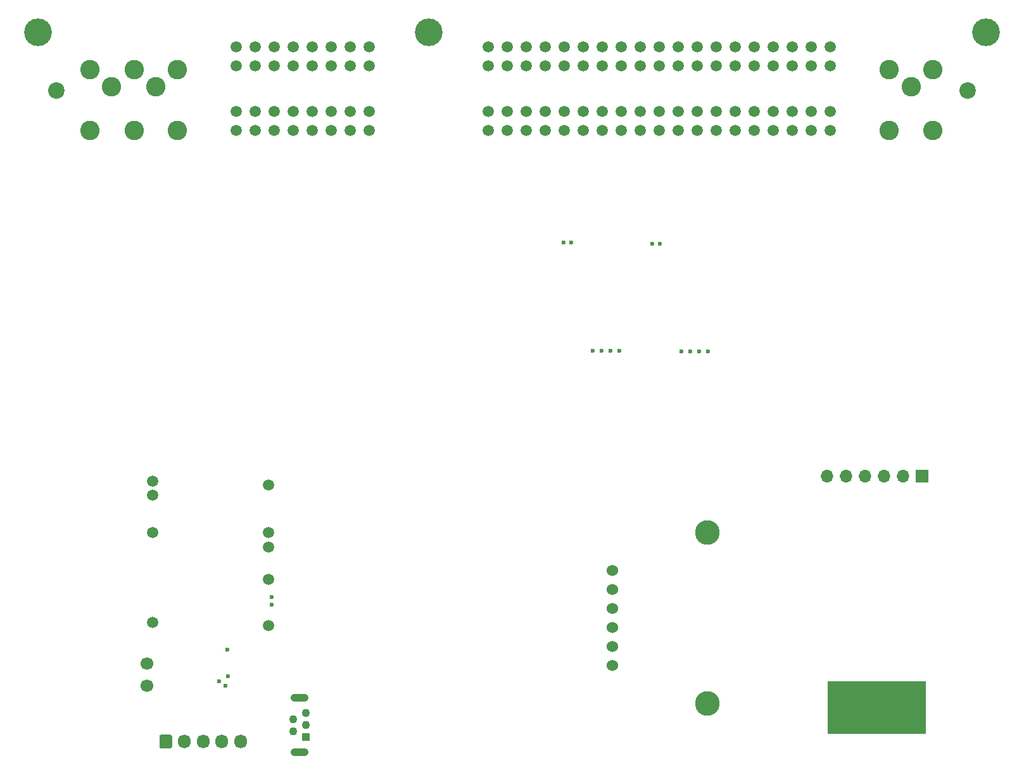
<source format=gbs>
G04 #@! TF.GenerationSoftware,KiCad,Pcbnew,8.0.8*
G04 #@! TF.CreationDate,2025-12-05T20:32:17-05:00*
G04 #@! TF.ProjectId,hellen121vag,68656c6c-656e-4313-9231-7661672e6b69,d*
G04 #@! TF.SameCoordinates,PX2b953a0PY6943058*
G04 #@! TF.FileFunction,Soldermask,Bot*
G04 #@! TF.FilePolarity,Negative*
%FSLAX46Y46*%
G04 Gerber Fmt 4.6, Leading zero omitted, Abs format (unit mm)*
G04 Created by KiCad (PCBNEW 8.0.8) date 2025-12-05 20:32:17*
%MOMM*%
%LPD*%
G01*
G04 APERTURE LIST*
%ADD10C,0.120000*%
%ADD11C,2.600000*%
%ADD12C,1.500000*%
%ADD13C,3.700000*%
%ADD14C,2.200000*%
%ADD15C,3.302000*%
%ADD16C,1.524000*%
%ADD17C,0.600000*%
%ADD18R,1.700000X1.700000*%
%ADD19O,1.700000X1.700000*%
%ADD20C,1.700000*%
%ADD21O,1.700000X1.850000*%
%ADD22R,1.100000X1.100000*%
%ADD23C,1.100000*%
%ADD24O,2.400000X1.100000*%
%ADD25C,0.599999*%
G04 APERTURE END LIST*
D10*
G04 #@! TO.C,U5*
X136800000Y19475000D02*
X123800000Y19475000D01*
X123800000Y26475000D01*
X136800000Y26475000D01*
X136800000Y19475000D01*
G36*
X136800000Y19475000D02*
G01*
X123800000Y19475000D01*
X123800000Y26475000D01*
X136800000Y26475000D01*
X136800000Y19475000D01*
G37*
G04 #@! TD*
D11*
G04 #@! TO.C,P1*
X25152000Y100128000D03*
X31052000Y100128000D03*
X36852000Y100128000D03*
X28052000Y105928000D03*
X33952000Y105928000D03*
X25152000Y108258000D03*
X31052000Y108258000D03*
X36852000Y108258000D03*
D12*
X44682000Y100128000D03*
X47222000Y100128000D03*
X49762000Y100128000D03*
X52302000Y100128000D03*
X54842000Y100128000D03*
X57382000Y100128000D03*
X59922000Y100128000D03*
X62462000Y100128000D03*
X44682000Y102668000D03*
X47222000Y102668000D03*
X49762000Y102668000D03*
X52302000Y102668000D03*
X54842000Y102668000D03*
X57382000Y102668000D03*
X59922000Y102668000D03*
X62462000Y102668000D03*
X44682000Y108718000D03*
X47222000Y108718000D03*
X49762000Y108718000D03*
X52302000Y108718000D03*
X54842000Y108718000D03*
X57382000Y108718000D03*
X59922000Y108718000D03*
X62462000Y108718000D03*
X44682000Y111258000D03*
X47222000Y111258000D03*
X49762000Y111258000D03*
X52302000Y111258000D03*
X54842000Y111258000D03*
X57382000Y111258000D03*
X59922000Y111258000D03*
X62462000Y111258000D03*
X124152000Y111258000D03*
X121612000Y111258000D03*
X119072000Y111258000D03*
X116532000Y111258000D03*
X113992000Y111258000D03*
X111452000Y111258000D03*
X108912000Y111258000D03*
X106372000Y111258000D03*
X103832000Y111258000D03*
X101292000Y111258000D03*
X98752000Y111258000D03*
X96212000Y111258000D03*
X93672000Y111258000D03*
X91132000Y111258000D03*
X88592000Y111258000D03*
X86052000Y111258000D03*
X83512000Y111258000D03*
X80972000Y111258000D03*
X78432000Y111258000D03*
X124152000Y108718000D03*
X121612000Y108718000D03*
X119072000Y108718000D03*
X116532000Y108718000D03*
X113992000Y108718000D03*
X111452000Y108718000D03*
X108912000Y108718000D03*
X106372000Y108718000D03*
X103832000Y108718000D03*
X101292000Y108718000D03*
X98752000Y108718000D03*
X96212000Y108718000D03*
X93672000Y108718000D03*
X91132000Y108718000D03*
X88592000Y108718000D03*
X86052000Y108718000D03*
X83512000Y108718000D03*
X80972000Y108718000D03*
X78432000Y108718000D03*
X124152000Y102668000D03*
X121612000Y102668000D03*
X119072000Y102668000D03*
X116532000Y102668000D03*
X113992000Y102668000D03*
X111452000Y102668000D03*
X108912000Y102668000D03*
X106372000Y102668000D03*
X103832000Y102668000D03*
X101292000Y102668000D03*
X98752000Y102668000D03*
X96212000Y102668000D03*
X93672000Y102668000D03*
X91132000Y102668000D03*
X88592000Y102668000D03*
X86052000Y102668000D03*
X83512000Y102668000D03*
X80972000Y102668000D03*
X78432000Y102668000D03*
X124152000Y100128000D03*
X121612000Y100128000D03*
X119072000Y100128000D03*
X116532000Y100128000D03*
X113992000Y100128000D03*
X111452000Y100128000D03*
X108912000Y100128000D03*
X106372000Y100128000D03*
X103832000Y100128000D03*
X101292000Y100128000D03*
X98752000Y100128000D03*
X96212000Y100128000D03*
X93672000Y100128000D03*
X91132000Y100128000D03*
X88592000Y100128000D03*
X86052000Y100128000D03*
X83512000Y100128000D03*
X80972000Y100128000D03*
X78432000Y100128000D03*
D11*
X132052000Y100128000D03*
X137852000Y100128000D03*
X134952000Y105928000D03*
X132052000Y108258000D03*
X137852000Y108258000D03*
D13*
X144952000Y113258000D03*
X70452000Y113258000D03*
X18252000Y113258000D03*
D14*
X20702000Y105458000D03*
X142502000Y105458000D03*
G04 #@! TD*
D15*
G04 #@! TO.C,U3*
X107680000Y46362500D03*
X107680000Y23502500D03*
D16*
X94980000Y41282500D03*
X94980000Y38742500D03*
X94980000Y36202500D03*
X94980000Y33662500D03*
X94980000Y31122500D03*
X94980000Y28582500D03*
G04 #@! TD*
D17*
G04 #@! TO.C,M4*
X105425000Y70550000D03*
X104225000Y70550000D03*
X106625000Y70550000D03*
X107825000Y70550000D03*
X101365000Y84975000D03*
X100365000Y84975000D03*
G04 #@! TD*
D18*
G04 #@! TO.C,J6*
X136420000Y53875000D03*
D19*
X133880000Y53875000D03*
X131340000Y53875000D03*
X128800000Y53875000D03*
X126260000Y53875000D03*
X123720000Y53875000D03*
G04 #@! TD*
D17*
G04 #@! TO.C,M3*
X93550000Y70650000D03*
X92350000Y70650000D03*
X94750000Y70650000D03*
X95950000Y70650000D03*
X89490000Y85075000D03*
X88490000Y85075000D03*
G04 #@! TD*
D20*
G04 #@! TO.C,P2*
X32800000Y28775000D03*
G04 #@! TD*
G04 #@! TO.C,P1*
X32800000Y25875000D03*
G04 #@! TD*
G04 #@! TO.C,J7*
G36*
G01*
X34450000Y17700000D02*
X34450000Y19050000D01*
G75*
G02*
X34700000Y19300000I250000J0D01*
G01*
X35900000Y19300000D01*
G75*
G02*
X36150000Y19050000I0J-250000D01*
G01*
X36150000Y17700000D01*
G75*
G02*
X35900000Y17450000I-250000J0D01*
G01*
X34700000Y17450000D01*
G75*
G02*
X34450000Y17700000I0J250000D01*
G01*
G37*
D21*
X37800000Y18375000D03*
X40300000Y18375000D03*
X42800000Y18375000D03*
X45300000Y18375000D03*
G04 #@! TD*
D22*
G04 #@! TO.C,J8*
X54050000Y18975000D03*
D23*
X52300000Y19775000D03*
X54050000Y20575000D03*
X52300000Y21375000D03*
X54050000Y22175000D03*
D24*
X53175000Y16925000D03*
X53175000Y24225000D03*
G04 #@! TD*
D12*
G04 #@! TO.C,M1*
X49049996Y52699999D03*
X49049996Y46300002D03*
X49049996Y44399999D03*
X49049996Y40099999D03*
D17*
X49499995Y37700002D03*
X49499995Y36700001D03*
D12*
X49049996Y33849999D03*
X33549999Y53150001D03*
X33549999Y51300002D03*
X33549999Y46349999D03*
X33549999Y34300001D03*
G04 #@! TD*
D25*
G04 #@! TO.C,M7*
X43549998Y30699998D03*
X43625001Y27149997D03*
X42449997Y26399999D03*
X43324999Y25874999D03*
G04 #@! TD*
M02*

</source>
